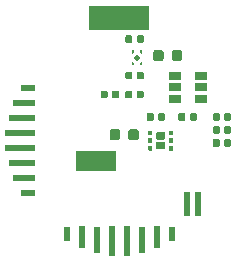
<source format=gbr>
G04 #@! TF.GenerationSoftware,KiCad,Pcbnew,(5.1.5-0-10_14)*
G04 #@! TF.CreationDate,2021-05-03T17:37:28-04:00*
G04 #@! TF.ProjectId,ESLO_RB2,45534c4f-5f52-4423-922e-6b696361645f,rev?*
G04 #@! TF.SameCoordinates,Original*
G04 #@! TF.FileFunction,Paste,Bot*
G04 #@! TF.FilePolarity,Positive*
%FSLAX46Y46*%
G04 Gerber Fmt 4.6, Leading zero omitted, Abs format (unit mm)*
G04 Created by KiCad (PCBNEW (5.1.5-0-10_14)) date 2021-05-03 17:37:28*
%MOMM*%
%LPD*%
G04 APERTURE LIST*
%ADD10R,0.600000X1.300000*%
%ADD11R,0.600000X1.900000*%
%ADD12R,0.600000X2.300000*%
%ADD13R,0.600000X2.500000*%
%ADD14R,1.300000X0.600000*%
%ADD15R,1.900000X0.600000*%
%ADD16R,2.300000X0.600000*%
%ADD17R,2.500000X0.600000*%
%ADD18R,0.600000X2.000000*%
%ADD19R,1.060000X0.650000*%
%ADD20C,0.100000*%
%ADD21R,3.400000X1.800000*%
%ADD22R,5.090000X2.000000*%
G04 APERTURE END LIST*
D10*
X211260000Y-96600000D03*
D11*
X212530000Y-96900000D03*
D12*
X213800000Y-97100000D03*
D13*
X215070000Y-97200000D03*
X216340000Y-97200000D03*
D12*
X217610000Y-97100000D03*
D11*
X218880000Y-96900000D03*
D10*
X220150000Y-96600000D03*
D14*
X207930000Y-84240000D03*
D15*
X207630000Y-85510000D03*
D16*
X207430000Y-86780000D03*
D17*
X207330000Y-88050000D03*
X207330000Y-89320000D03*
D16*
X207430000Y-90590000D03*
D15*
X207630000Y-91860000D03*
D14*
X207930000Y-93130000D03*
D18*
X222400000Y-94050000D03*
X221400000Y-94050000D03*
D19*
X222600000Y-84200000D03*
X222600000Y-85150000D03*
X222600000Y-83250000D03*
X220400000Y-83250000D03*
X220400000Y-84200000D03*
X220400000Y-85150000D03*
D20*
G36*
X217200000Y-81351802D02*
G01*
X217518198Y-81670000D01*
X217200000Y-81988198D01*
X216881802Y-81670000D01*
X217200000Y-81351802D01*
G37*
G36*
X217600000Y-81420000D02*
G01*
X217420000Y-81240000D01*
X217420000Y-81020000D01*
X217630000Y-81020000D01*
X217630000Y-81420000D01*
X217600000Y-81420000D01*
G37*
G36*
X217420000Y-82320000D02*
G01*
X217420000Y-82100000D01*
X217600000Y-81920000D01*
X217630000Y-81920000D01*
X217630000Y-82320000D01*
X217420000Y-82320000D01*
G37*
G36*
X216770000Y-82320000D02*
G01*
X216770000Y-81920000D01*
X216800000Y-81920000D01*
X216980000Y-82100000D01*
X216980000Y-82320000D01*
X216770000Y-82320000D01*
G37*
G36*
X216800000Y-81420000D02*
G01*
X216770000Y-81420000D01*
X216770000Y-81020000D01*
X216980000Y-81020000D01*
X216980000Y-81240000D01*
X216800000Y-81420000D01*
G37*
G36*
X217646958Y-79780710D02*
G01*
X217661276Y-79782834D01*
X217675317Y-79786351D01*
X217688946Y-79791228D01*
X217702031Y-79797417D01*
X217714447Y-79804858D01*
X217726073Y-79813481D01*
X217736798Y-79823202D01*
X217746519Y-79833927D01*
X217755142Y-79845553D01*
X217762583Y-79857969D01*
X217768772Y-79871054D01*
X217773649Y-79884683D01*
X217777166Y-79898724D01*
X217779290Y-79913042D01*
X217780000Y-79927500D01*
X217780000Y-80272500D01*
X217779290Y-80286958D01*
X217777166Y-80301276D01*
X217773649Y-80315317D01*
X217768772Y-80328946D01*
X217762583Y-80342031D01*
X217755142Y-80354447D01*
X217746519Y-80366073D01*
X217736798Y-80376798D01*
X217726073Y-80386519D01*
X217714447Y-80395142D01*
X217702031Y-80402583D01*
X217688946Y-80408772D01*
X217675317Y-80413649D01*
X217661276Y-80417166D01*
X217646958Y-80419290D01*
X217632500Y-80420000D01*
X217337500Y-80420000D01*
X217323042Y-80419290D01*
X217308724Y-80417166D01*
X217294683Y-80413649D01*
X217281054Y-80408772D01*
X217267969Y-80402583D01*
X217255553Y-80395142D01*
X217243927Y-80386519D01*
X217233202Y-80376798D01*
X217223481Y-80366073D01*
X217214858Y-80354447D01*
X217207417Y-80342031D01*
X217201228Y-80328946D01*
X217196351Y-80315317D01*
X217192834Y-80301276D01*
X217190710Y-80286958D01*
X217190000Y-80272500D01*
X217190000Y-79927500D01*
X217190710Y-79913042D01*
X217192834Y-79898724D01*
X217196351Y-79884683D01*
X217201228Y-79871054D01*
X217207417Y-79857969D01*
X217214858Y-79845553D01*
X217223481Y-79833927D01*
X217233202Y-79823202D01*
X217243927Y-79813481D01*
X217255553Y-79804858D01*
X217267969Y-79797417D01*
X217281054Y-79791228D01*
X217294683Y-79786351D01*
X217308724Y-79782834D01*
X217323042Y-79780710D01*
X217337500Y-79780000D01*
X217632500Y-79780000D01*
X217646958Y-79780710D01*
G37*
G36*
X216676958Y-79780710D02*
G01*
X216691276Y-79782834D01*
X216705317Y-79786351D01*
X216718946Y-79791228D01*
X216732031Y-79797417D01*
X216744447Y-79804858D01*
X216756073Y-79813481D01*
X216766798Y-79823202D01*
X216776519Y-79833927D01*
X216785142Y-79845553D01*
X216792583Y-79857969D01*
X216798772Y-79871054D01*
X216803649Y-79884683D01*
X216807166Y-79898724D01*
X216809290Y-79913042D01*
X216810000Y-79927500D01*
X216810000Y-80272500D01*
X216809290Y-80286958D01*
X216807166Y-80301276D01*
X216803649Y-80315317D01*
X216798772Y-80328946D01*
X216792583Y-80342031D01*
X216785142Y-80354447D01*
X216776519Y-80366073D01*
X216766798Y-80376798D01*
X216756073Y-80386519D01*
X216744447Y-80395142D01*
X216732031Y-80402583D01*
X216718946Y-80408772D01*
X216705317Y-80413649D01*
X216691276Y-80417166D01*
X216676958Y-80419290D01*
X216662500Y-80420000D01*
X216367500Y-80420000D01*
X216353042Y-80419290D01*
X216338724Y-80417166D01*
X216324683Y-80413649D01*
X216311054Y-80408772D01*
X216297969Y-80402583D01*
X216285553Y-80395142D01*
X216273927Y-80386519D01*
X216263202Y-80376798D01*
X216253481Y-80366073D01*
X216244858Y-80354447D01*
X216237417Y-80342031D01*
X216231228Y-80328946D01*
X216226351Y-80315317D01*
X216222834Y-80301276D01*
X216220710Y-80286958D01*
X216220000Y-80272500D01*
X216220000Y-79927500D01*
X216220710Y-79913042D01*
X216222834Y-79898724D01*
X216226351Y-79884683D01*
X216231228Y-79871054D01*
X216237417Y-79857969D01*
X216244858Y-79845553D01*
X216253481Y-79833927D01*
X216263202Y-79823202D01*
X216273927Y-79813481D01*
X216285553Y-79804858D01*
X216297969Y-79797417D01*
X216311054Y-79791228D01*
X216324683Y-79786351D01*
X216338724Y-79782834D01*
X216353042Y-79780710D01*
X216367500Y-79780000D01*
X216662500Y-79780000D01*
X216676958Y-79780710D01*
G37*
D21*
X213700000Y-90450000D03*
D22*
X215700000Y-78300000D03*
D20*
G36*
X220190439Y-89150451D02*
G01*
X220199540Y-89151801D01*
X220208464Y-89154037D01*
X220217127Y-89157136D01*
X220225443Y-89161070D01*
X220233335Y-89165800D01*
X220240724Y-89171280D01*
X220247541Y-89177459D01*
X220253720Y-89184276D01*
X220259200Y-89191665D01*
X220263930Y-89199557D01*
X220267864Y-89207873D01*
X220270963Y-89216536D01*
X220273199Y-89225460D01*
X220274549Y-89234561D01*
X220275000Y-89243750D01*
X220275000Y-89456250D01*
X220274549Y-89465439D01*
X220273199Y-89474540D01*
X220270963Y-89483464D01*
X220267864Y-89492127D01*
X220263930Y-89500443D01*
X220259200Y-89508335D01*
X220253720Y-89515724D01*
X220247541Y-89522541D01*
X220240724Y-89528720D01*
X220233335Y-89534200D01*
X220225443Y-89538930D01*
X220217127Y-89542864D01*
X220208464Y-89545963D01*
X220199540Y-89548199D01*
X220190439Y-89549549D01*
X220181250Y-89550000D01*
X219993750Y-89550000D01*
X219984561Y-89549549D01*
X219975460Y-89548199D01*
X219966536Y-89545963D01*
X219957873Y-89542864D01*
X219949557Y-89538930D01*
X219941665Y-89534200D01*
X219934276Y-89528720D01*
X219927459Y-89522541D01*
X219921280Y-89515724D01*
X219915800Y-89508335D01*
X219911070Y-89500443D01*
X219907136Y-89492127D01*
X219904037Y-89483464D01*
X219901801Y-89474540D01*
X219900451Y-89465439D01*
X219900000Y-89456250D01*
X219900000Y-89243750D01*
X219900451Y-89234561D01*
X219901801Y-89225460D01*
X219904037Y-89216536D01*
X219907136Y-89207873D01*
X219911070Y-89199557D01*
X219915800Y-89191665D01*
X219921280Y-89184276D01*
X219927459Y-89177459D01*
X219934276Y-89171280D01*
X219941665Y-89165800D01*
X219949557Y-89161070D01*
X219957873Y-89157136D01*
X219966536Y-89154037D01*
X219975460Y-89151801D01*
X219984561Y-89150451D01*
X219993750Y-89150000D01*
X220181250Y-89150000D01*
X220190439Y-89150451D01*
G37*
G36*
X220190439Y-88500451D02*
G01*
X220199540Y-88501801D01*
X220208464Y-88504037D01*
X220217127Y-88507136D01*
X220225443Y-88511070D01*
X220233335Y-88515800D01*
X220240724Y-88521280D01*
X220247541Y-88527459D01*
X220253720Y-88534276D01*
X220259200Y-88541665D01*
X220263930Y-88549557D01*
X220267864Y-88557873D01*
X220270963Y-88566536D01*
X220273199Y-88575460D01*
X220274549Y-88584561D01*
X220275000Y-88593750D01*
X220275000Y-88806250D01*
X220274549Y-88815439D01*
X220273199Y-88824540D01*
X220270963Y-88833464D01*
X220267864Y-88842127D01*
X220263930Y-88850443D01*
X220259200Y-88858335D01*
X220253720Y-88865724D01*
X220247541Y-88872541D01*
X220240724Y-88878720D01*
X220233335Y-88884200D01*
X220225443Y-88888930D01*
X220217127Y-88892864D01*
X220208464Y-88895963D01*
X220199540Y-88898199D01*
X220190439Y-88899549D01*
X220181250Y-88900000D01*
X219993750Y-88900000D01*
X219984561Y-88899549D01*
X219975460Y-88898199D01*
X219966536Y-88895963D01*
X219957873Y-88892864D01*
X219949557Y-88888930D01*
X219941665Y-88884200D01*
X219934276Y-88878720D01*
X219927459Y-88872541D01*
X219921280Y-88865724D01*
X219915800Y-88858335D01*
X219911070Y-88850443D01*
X219907136Y-88842127D01*
X219904037Y-88833464D01*
X219901801Y-88824540D01*
X219900451Y-88815439D01*
X219900000Y-88806250D01*
X219900000Y-88593750D01*
X219900451Y-88584561D01*
X219901801Y-88575460D01*
X219904037Y-88566536D01*
X219907136Y-88557873D01*
X219911070Y-88549557D01*
X219915800Y-88541665D01*
X219921280Y-88534276D01*
X219927459Y-88527459D01*
X219934276Y-88521280D01*
X219941665Y-88515800D01*
X219949557Y-88511070D01*
X219957873Y-88507136D01*
X219966536Y-88504037D01*
X219975460Y-88501801D01*
X219984561Y-88500451D01*
X219993750Y-88500000D01*
X220181250Y-88500000D01*
X220190439Y-88500451D01*
G37*
G36*
X220190439Y-87850451D02*
G01*
X220199540Y-87851801D01*
X220208464Y-87854037D01*
X220217127Y-87857136D01*
X220225443Y-87861070D01*
X220233335Y-87865800D01*
X220240724Y-87871280D01*
X220247541Y-87877459D01*
X220253720Y-87884276D01*
X220259200Y-87891665D01*
X220263930Y-87899557D01*
X220267864Y-87907873D01*
X220270963Y-87916536D01*
X220273199Y-87925460D01*
X220274549Y-87934561D01*
X220275000Y-87943750D01*
X220275000Y-88156250D01*
X220274549Y-88165439D01*
X220273199Y-88174540D01*
X220270963Y-88183464D01*
X220267864Y-88192127D01*
X220263930Y-88200443D01*
X220259200Y-88208335D01*
X220253720Y-88215724D01*
X220247541Y-88222541D01*
X220240724Y-88228720D01*
X220233335Y-88234200D01*
X220225443Y-88238930D01*
X220217127Y-88242864D01*
X220208464Y-88245963D01*
X220199540Y-88248199D01*
X220190439Y-88249549D01*
X220181250Y-88250000D01*
X219993750Y-88250000D01*
X219984561Y-88249549D01*
X219975460Y-88248199D01*
X219966536Y-88245963D01*
X219957873Y-88242864D01*
X219949557Y-88238930D01*
X219941665Y-88234200D01*
X219934276Y-88228720D01*
X219927459Y-88222541D01*
X219921280Y-88215724D01*
X219915800Y-88208335D01*
X219911070Y-88200443D01*
X219907136Y-88192127D01*
X219904037Y-88183464D01*
X219901801Y-88174540D01*
X219900451Y-88165439D01*
X219900000Y-88156250D01*
X219900000Y-87943750D01*
X219900451Y-87934561D01*
X219901801Y-87925460D01*
X219904037Y-87916536D01*
X219907136Y-87907873D01*
X219911070Y-87899557D01*
X219915800Y-87891665D01*
X219921280Y-87884276D01*
X219927459Y-87877459D01*
X219934276Y-87871280D01*
X219941665Y-87865800D01*
X219949557Y-87861070D01*
X219957873Y-87857136D01*
X219966536Y-87854037D01*
X219975460Y-87851801D01*
X219984561Y-87850451D01*
X219993750Y-87850000D01*
X220181250Y-87850000D01*
X220190439Y-87850451D01*
G37*
G36*
X218415439Y-87850451D02*
G01*
X218424540Y-87851801D01*
X218433464Y-87854037D01*
X218442127Y-87857136D01*
X218450443Y-87861070D01*
X218458335Y-87865800D01*
X218465724Y-87871280D01*
X218472541Y-87877459D01*
X218478720Y-87884276D01*
X218484200Y-87891665D01*
X218488930Y-87899557D01*
X218492864Y-87907873D01*
X218495963Y-87916536D01*
X218498199Y-87925460D01*
X218499549Y-87934561D01*
X218500000Y-87943750D01*
X218500000Y-88156250D01*
X218499549Y-88165439D01*
X218498199Y-88174540D01*
X218495963Y-88183464D01*
X218492864Y-88192127D01*
X218488930Y-88200443D01*
X218484200Y-88208335D01*
X218478720Y-88215724D01*
X218472541Y-88222541D01*
X218465724Y-88228720D01*
X218458335Y-88234200D01*
X218450443Y-88238930D01*
X218442127Y-88242864D01*
X218433464Y-88245963D01*
X218424540Y-88248199D01*
X218415439Y-88249549D01*
X218406250Y-88250000D01*
X218218750Y-88250000D01*
X218209561Y-88249549D01*
X218200460Y-88248199D01*
X218191536Y-88245963D01*
X218182873Y-88242864D01*
X218174557Y-88238930D01*
X218166665Y-88234200D01*
X218159276Y-88228720D01*
X218152459Y-88222541D01*
X218146280Y-88215724D01*
X218140800Y-88208335D01*
X218136070Y-88200443D01*
X218132136Y-88192127D01*
X218129037Y-88183464D01*
X218126801Y-88174540D01*
X218125451Y-88165439D01*
X218125000Y-88156250D01*
X218125000Y-87943750D01*
X218125451Y-87934561D01*
X218126801Y-87925460D01*
X218129037Y-87916536D01*
X218132136Y-87907873D01*
X218136070Y-87899557D01*
X218140800Y-87891665D01*
X218146280Y-87884276D01*
X218152459Y-87877459D01*
X218159276Y-87871280D01*
X218166665Y-87865800D01*
X218174557Y-87861070D01*
X218182873Y-87857136D01*
X218191536Y-87854037D01*
X218200460Y-87851801D01*
X218209561Y-87850451D01*
X218218750Y-87850000D01*
X218406250Y-87850000D01*
X218415439Y-87850451D01*
G37*
G36*
X218415439Y-88500451D02*
G01*
X218424540Y-88501801D01*
X218433464Y-88504037D01*
X218442127Y-88507136D01*
X218450443Y-88511070D01*
X218458335Y-88515800D01*
X218465724Y-88521280D01*
X218472541Y-88527459D01*
X218478720Y-88534276D01*
X218484200Y-88541665D01*
X218488930Y-88549557D01*
X218492864Y-88557873D01*
X218495963Y-88566536D01*
X218498199Y-88575460D01*
X218499549Y-88584561D01*
X218500000Y-88593750D01*
X218500000Y-88806250D01*
X218499549Y-88815439D01*
X218498199Y-88824540D01*
X218495963Y-88833464D01*
X218492864Y-88842127D01*
X218488930Y-88850443D01*
X218484200Y-88858335D01*
X218478720Y-88865724D01*
X218472541Y-88872541D01*
X218465724Y-88878720D01*
X218458335Y-88884200D01*
X218450443Y-88888930D01*
X218442127Y-88892864D01*
X218433464Y-88895963D01*
X218424540Y-88898199D01*
X218415439Y-88899549D01*
X218406250Y-88900000D01*
X218218750Y-88900000D01*
X218209561Y-88899549D01*
X218200460Y-88898199D01*
X218191536Y-88895963D01*
X218182873Y-88892864D01*
X218174557Y-88888930D01*
X218166665Y-88884200D01*
X218159276Y-88878720D01*
X218152459Y-88872541D01*
X218146280Y-88865724D01*
X218140800Y-88858335D01*
X218136070Y-88850443D01*
X218132136Y-88842127D01*
X218129037Y-88833464D01*
X218126801Y-88824540D01*
X218125451Y-88815439D01*
X218125000Y-88806250D01*
X218125000Y-88593750D01*
X218125451Y-88584561D01*
X218126801Y-88575460D01*
X218129037Y-88566536D01*
X218132136Y-88557873D01*
X218136070Y-88549557D01*
X218140800Y-88541665D01*
X218146280Y-88534276D01*
X218152459Y-88527459D01*
X218159276Y-88521280D01*
X218166665Y-88515800D01*
X218174557Y-88511070D01*
X218182873Y-88507136D01*
X218191536Y-88504037D01*
X218200460Y-88501801D01*
X218209561Y-88500451D01*
X218218750Y-88500000D01*
X218406250Y-88500000D01*
X218415439Y-88500451D01*
G37*
G36*
X218415439Y-89150451D02*
G01*
X218424540Y-89151801D01*
X218433464Y-89154037D01*
X218442127Y-89157136D01*
X218450443Y-89161070D01*
X218458335Y-89165800D01*
X218465724Y-89171280D01*
X218472541Y-89177459D01*
X218478720Y-89184276D01*
X218484200Y-89191665D01*
X218488930Y-89199557D01*
X218492864Y-89207873D01*
X218495963Y-89216536D01*
X218498199Y-89225460D01*
X218499549Y-89234561D01*
X218500000Y-89243750D01*
X218500000Y-89456250D01*
X218499549Y-89465439D01*
X218498199Y-89474540D01*
X218495963Y-89483464D01*
X218492864Y-89492127D01*
X218488930Y-89500443D01*
X218484200Y-89508335D01*
X218478720Y-89515724D01*
X218472541Y-89522541D01*
X218465724Y-89528720D01*
X218458335Y-89534200D01*
X218450443Y-89538930D01*
X218442127Y-89542864D01*
X218433464Y-89545963D01*
X218424540Y-89548199D01*
X218415439Y-89549549D01*
X218406250Y-89550000D01*
X218218750Y-89550000D01*
X218209561Y-89549549D01*
X218200460Y-89548199D01*
X218191536Y-89545963D01*
X218182873Y-89542864D01*
X218174557Y-89538930D01*
X218166665Y-89534200D01*
X218159276Y-89528720D01*
X218152459Y-89522541D01*
X218146280Y-89515724D01*
X218140800Y-89508335D01*
X218136070Y-89500443D01*
X218132136Y-89492127D01*
X218129037Y-89483464D01*
X218126801Y-89474540D01*
X218125451Y-89465439D01*
X218125000Y-89456250D01*
X218125000Y-89243750D01*
X218125451Y-89234561D01*
X218126801Y-89225460D01*
X218129037Y-89216536D01*
X218132136Y-89207873D01*
X218136070Y-89199557D01*
X218140800Y-89191665D01*
X218146280Y-89184276D01*
X218152459Y-89177459D01*
X218159276Y-89171280D01*
X218166665Y-89165800D01*
X218174557Y-89161070D01*
X218182873Y-89157136D01*
X218191536Y-89154037D01*
X218200460Y-89151801D01*
X218209561Y-89150451D01*
X218218750Y-89150000D01*
X218406250Y-89150000D01*
X218415439Y-89150451D01*
G37*
G36*
X219460683Y-87980770D02*
G01*
X219476214Y-87983074D01*
X219491446Y-87986890D01*
X219506229Y-87992179D01*
X219520423Y-87998893D01*
X219533891Y-88006965D01*
X219546503Y-88016318D01*
X219558137Y-88026863D01*
X219568682Y-88038497D01*
X219578035Y-88051109D01*
X219586107Y-88064577D01*
X219592821Y-88078771D01*
X219598110Y-88093554D01*
X219601926Y-88108786D01*
X219604230Y-88124317D01*
X219605000Y-88140000D01*
X219605000Y-88460000D01*
X219604230Y-88475683D01*
X219601926Y-88491214D01*
X219598110Y-88506446D01*
X219592821Y-88521229D01*
X219586107Y-88535423D01*
X219578035Y-88548891D01*
X219568682Y-88561503D01*
X219558137Y-88573137D01*
X219546503Y-88583682D01*
X219533891Y-88593035D01*
X219520423Y-88601107D01*
X219506229Y-88607821D01*
X219491446Y-88613110D01*
X219476214Y-88616926D01*
X219460683Y-88619230D01*
X219445000Y-88620000D01*
X218955000Y-88620000D01*
X218939317Y-88619230D01*
X218923786Y-88616926D01*
X218908554Y-88613110D01*
X218893771Y-88607821D01*
X218879577Y-88601107D01*
X218866109Y-88593035D01*
X218853497Y-88583682D01*
X218841863Y-88573137D01*
X218831318Y-88561503D01*
X218821965Y-88548891D01*
X218813893Y-88535423D01*
X218807179Y-88521229D01*
X218801890Y-88506446D01*
X218798074Y-88491214D01*
X218795770Y-88475683D01*
X218795000Y-88460000D01*
X218795000Y-88140000D01*
X218795770Y-88124317D01*
X218798074Y-88108786D01*
X218801890Y-88093554D01*
X218807179Y-88078771D01*
X218813893Y-88064577D01*
X218821965Y-88051109D01*
X218831318Y-88038497D01*
X218841863Y-88026863D01*
X218853497Y-88016318D01*
X218866109Y-88006965D01*
X218879577Y-87998893D01*
X218893771Y-87992179D01*
X218908554Y-87986890D01*
X218923786Y-87983074D01*
X218939317Y-87980770D01*
X218955000Y-87980000D01*
X219445000Y-87980000D01*
X219460683Y-87980770D01*
G37*
G36*
X219460683Y-88780770D02*
G01*
X219476214Y-88783074D01*
X219491446Y-88786890D01*
X219506229Y-88792179D01*
X219520423Y-88798893D01*
X219533891Y-88806965D01*
X219546503Y-88816318D01*
X219558137Y-88826863D01*
X219568682Y-88838497D01*
X219578035Y-88851109D01*
X219586107Y-88864577D01*
X219592821Y-88878771D01*
X219598110Y-88893554D01*
X219601926Y-88908786D01*
X219604230Y-88924317D01*
X219605000Y-88940000D01*
X219605000Y-89260000D01*
X219604230Y-89275683D01*
X219601926Y-89291214D01*
X219598110Y-89306446D01*
X219592821Y-89321229D01*
X219586107Y-89335423D01*
X219578035Y-89348891D01*
X219568682Y-89361503D01*
X219558137Y-89373137D01*
X219546503Y-89383682D01*
X219533891Y-89393035D01*
X219520423Y-89401107D01*
X219506229Y-89407821D01*
X219491446Y-89413110D01*
X219476214Y-89416926D01*
X219460683Y-89419230D01*
X219445000Y-89420000D01*
X218955000Y-89420000D01*
X218939317Y-89419230D01*
X218923786Y-89416926D01*
X218908554Y-89413110D01*
X218893771Y-89407821D01*
X218879577Y-89401107D01*
X218866109Y-89393035D01*
X218853497Y-89383682D01*
X218841863Y-89373137D01*
X218831318Y-89361503D01*
X218821965Y-89348891D01*
X218813893Y-89335423D01*
X218807179Y-89321229D01*
X218801890Y-89306446D01*
X218798074Y-89291214D01*
X218795770Y-89275683D01*
X218795000Y-89260000D01*
X218795000Y-88940000D01*
X218795770Y-88924317D01*
X218798074Y-88908786D01*
X218801890Y-88893554D01*
X218807179Y-88878771D01*
X218813893Y-88864577D01*
X218821965Y-88851109D01*
X218831318Y-88838497D01*
X218841863Y-88826863D01*
X218853497Y-88816318D01*
X218866109Y-88806965D01*
X218879577Y-88798893D01*
X218893771Y-88792179D01*
X218908554Y-88786890D01*
X218923786Y-88783074D01*
X218939317Y-88780770D01*
X218955000Y-88780000D01*
X219445000Y-88780000D01*
X219460683Y-88780770D01*
G37*
G36*
X218476958Y-86380710D02*
G01*
X218491276Y-86382834D01*
X218505317Y-86386351D01*
X218518946Y-86391228D01*
X218532031Y-86397417D01*
X218544447Y-86404858D01*
X218556073Y-86413481D01*
X218566798Y-86423202D01*
X218576519Y-86433927D01*
X218585142Y-86445553D01*
X218592583Y-86457969D01*
X218598772Y-86471054D01*
X218603649Y-86484683D01*
X218607166Y-86498724D01*
X218609290Y-86513042D01*
X218610000Y-86527500D01*
X218610000Y-86872500D01*
X218609290Y-86886958D01*
X218607166Y-86901276D01*
X218603649Y-86915317D01*
X218598772Y-86928946D01*
X218592583Y-86942031D01*
X218585142Y-86954447D01*
X218576519Y-86966073D01*
X218566798Y-86976798D01*
X218556073Y-86986519D01*
X218544447Y-86995142D01*
X218532031Y-87002583D01*
X218518946Y-87008772D01*
X218505317Y-87013649D01*
X218491276Y-87017166D01*
X218476958Y-87019290D01*
X218462500Y-87020000D01*
X218167500Y-87020000D01*
X218153042Y-87019290D01*
X218138724Y-87017166D01*
X218124683Y-87013649D01*
X218111054Y-87008772D01*
X218097969Y-87002583D01*
X218085553Y-86995142D01*
X218073927Y-86986519D01*
X218063202Y-86976798D01*
X218053481Y-86966073D01*
X218044858Y-86954447D01*
X218037417Y-86942031D01*
X218031228Y-86928946D01*
X218026351Y-86915317D01*
X218022834Y-86901276D01*
X218020710Y-86886958D01*
X218020000Y-86872500D01*
X218020000Y-86527500D01*
X218020710Y-86513042D01*
X218022834Y-86498724D01*
X218026351Y-86484683D01*
X218031228Y-86471054D01*
X218037417Y-86457969D01*
X218044858Y-86445553D01*
X218053481Y-86433927D01*
X218063202Y-86423202D01*
X218073927Y-86413481D01*
X218085553Y-86404858D01*
X218097969Y-86397417D01*
X218111054Y-86391228D01*
X218124683Y-86386351D01*
X218138724Y-86382834D01*
X218153042Y-86380710D01*
X218167500Y-86380000D01*
X218462500Y-86380000D01*
X218476958Y-86380710D01*
G37*
G36*
X219446958Y-86380710D02*
G01*
X219461276Y-86382834D01*
X219475317Y-86386351D01*
X219488946Y-86391228D01*
X219502031Y-86397417D01*
X219514447Y-86404858D01*
X219526073Y-86413481D01*
X219536798Y-86423202D01*
X219546519Y-86433927D01*
X219555142Y-86445553D01*
X219562583Y-86457969D01*
X219568772Y-86471054D01*
X219573649Y-86484683D01*
X219577166Y-86498724D01*
X219579290Y-86513042D01*
X219580000Y-86527500D01*
X219580000Y-86872500D01*
X219579290Y-86886958D01*
X219577166Y-86901276D01*
X219573649Y-86915317D01*
X219568772Y-86928946D01*
X219562583Y-86942031D01*
X219555142Y-86954447D01*
X219546519Y-86966073D01*
X219536798Y-86976798D01*
X219526073Y-86986519D01*
X219514447Y-86995142D01*
X219502031Y-87002583D01*
X219488946Y-87008772D01*
X219475317Y-87013649D01*
X219461276Y-87017166D01*
X219446958Y-87019290D01*
X219432500Y-87020000D01*
X219137500Y-87020000D01*
X219123042Y-87019290D01*
X219108724Y-87017166D01*
X219094683Y-87013649D01*
X219081054Y-87008772D01*
X219067969Y-87002583D01*
X219055553Y-86995142D01*
X219043927Y-86986519D01*
X219033202Y-86976798D01*
X219023481Y-86966073D01*
X219014858Y-86954447D01*
X219007417Y-86942031D01*
X219001228Y-86928946D01*
X218996351Y-86915317D01*
X218992834Y-86901276D01*
X218990710Y-86886958D01*
X218990000Y-86872500D01*
X218990000Y-86527500D01*
X218990710Y-86513042D01*
X218992834Y-86498724D01*
X218996351Y-86484683D01*
X219001228Y-86471054D01*
X219007417Y-86457969D01*
X219014858Y-86445553D01*
X219023481Y-86433927D01*
X219033202Y-86423202D01*
X219043927Y-86413481D01*
X219055553Y-86404858D01*
X219067969Y-86397417D01*
X219081054Y-86391228D01*
X219094683Y-86386351D01*
X219108724Y-86382834D01*
X219123042Y-86380710D01*
X219137500Y-86380000D01*
X219432500Y-86380000D01*
X219446958Y-86380710D01*
G37*
G36*
X221161958Y-86380710D02*
G01*
X221176276Y-86382834D01*
X221190317Y-86386351D01*
X221203946Y-86391228D01*
X221217031Y-86397417D01*
X221229447Y-86404858D01*
X221241073Y-86413481D01*
X221251798Y-86423202D01*
X221261519Y-86433927D01*
X221270142Y-86445553D01*
X221277583Y-86457969D01*
X221283772Y-86471054D01*
X221288649Y-86484683D01*
X221292166Y-86498724D01*
X221294290Y-86513042D01*
X221295000Y-86527500D01*
X221295000Y-86872500D01*
X221294290Y-86886958D01*
X221292166Y-86901276D01*
X221288649Y-86915317D01*
X221283772Y-86928946D01*
X221277583Y-86942031D01*
X221270142Y-86954447D01*
X221261519Y-86966073D01*
X221251798Y-86976798D01*
X221241073Y-86986519D01*
X221229447Y-86995142D01*
X221217031Y-87002583D01*
X221203946Y-87008772D01*
X221190317Y-87013649D01*
X221176276Y-87017166D01*
X221161958Y-87019290D01*
X221147500Y-87020000D01*
X220852500Y-87020000D01*
X220838042Y-87019290D01*
X220823724Y-87017166D01*
X220809683Y-87013649D01*
X220796054Y-87008772D01*
X220782969Y-87002583D01*
X220770553Y-86995142D01*
X220758927Y-86986519D01*
X220748202Y-86976798D01*
X220738481Y-86966073D01*
X220729858Y-86954447D01*
X220722417Y-86942031D01*
X220716228Y-86928946D01*
X220711351Y-86915317D01*
X220707834Y-86901276D01*
X220705710Y-86886958D01*
X220705000Y-86872500D01*
X220705000Y-86527500D01*
X220705710Y-86513042D01*
X220707834Y-86498724D01*
X220711351Y-86484683D01*
X220716228Y-86471054D01*
X220722417Y-86457969D01*
X220729858Y-86445553D01*
X220738481Y-86433927D01*
X220748202Y-86423202D01*
X220758927Y-86413481D01*
X220770553Y-86404858D01*
X220782969Y-86397417D01*
X220796054Y-86391228D01*
X220809683Y-86386351D01*
X220823724Y-86382834D01*
X220838042Y-86380710D01*
X220852500Y-86380000D01*
X221147500Y-86380000D01*
X221161958Y-86380710D01*
G37*
G36*
X222131958Y-86380710D02*
G01*
X222146276Y-86382834D01*
X222160317Y-86386351D01*
X222173946Y-86391228D01*
X222187031Y-86397417D01*
X222199447Y-86404858D01*
X222211073Y-86413481D01*
X222221798Y-86423202D01*
X222231519Y-86433927D01*
X222240142Y-86445553D01*
X222247583Y-86457969D01*
X222253772Y-86471054D01*
X222258649Y-86484683D01*
X222262166Y-86498724D01*
X222264290Y-86513042D01*
X222265000Y-86527500D01*
X222265000Y-86872500D01*
X222264290Y-86886958D01*
X222262166Y-86901276D01*
X222258649Y-86915317D01*
X222253772Y-86928946D01*
X222247583Y-86942031D01*
X222240142Y-86954447D01*
X222231519Y-86966073D01*
X222221798Y-86976798D01*
X222211073Y-86986519D01*
X222199447Y-86995142D01*
X222187031Y-87002583D01*
X222173946Y-87008772D01*
X222160317Y-87013649D01*
X222146276Y-87017166D01*
X222131958Y-87019290D01*
X222117500Y-87020000D01*
X221822500Y-87020000D01*
X221808042Y-87019290D01*
X221793724Y-87017166D01*
X221779683Y-87013649D01*
X221766054Y-87008772D01*
X221752969Y-87002583D01*
X221740553Y-86995142D01*
X221728927Y-86986519D01*
X221718202Y-86976798D01*
X221708481Y-86966073D01*
X221699858Y-86954447D01*
X221692417Y-86942031D01*
X221686228Y-86928946D01*
X221681351Y-86915317D01*
X221677834Y-86901276D01*
X221675710Y-86886958D01*
X221675000Y-86872500D01*
X221675000Y-86527500D01*
X221675710Y-86513042D01*
X221677834Y-86498724D01*
X221681351Y-86484683D01*
X221686228Y-86471054D01*
X221692417Y-86457969D01*
X221699858Y-86445553D01*
X221708481Y-86433927D01*
X221718202Y-86423202D01*
X221728927Y-86413481D01*
X221740553Y-86404858D01*
X221752969Y-86397417D01*
X221766054Y-86391228D01*
X221779683Y-86386351D01*
X221793724Y-86382834D01*
X221808042Y-86380710D01*
X221822500Y-86380000D01*
X222117500Y-86380000D01*
X222131958Y-86380710D01*
G37*
G36*
X225046958Y-87480710D02*
G01*
X225061276Y-87482834D01*
X225075317Y-87486351D01*
X225088946Y-87491228D01*
X225102031Y-87497417D01*
X225114447Y-87504858D01*
X225126073Y-87513481D01*
X225136798Y-87523202D01*
X225146519Y-87533927D01*
X225155142Y-87545553D01*
X225162583Y-87557969D01*
X225168772Y-87571054D01*
X225173649Y-87584683D01*
X225177166Y-87598724D01*
X225179290Y-87613042D01*
X225180000Y-87627500D01*
X225180000Y-87972500D01*
X225179290Y-87986958D01*
X225177166Y-88001276D01*
X225173649Y-88015317D01*
X225168772Y-88028946D01*
X225162583Y-88042031D01*
X225155142Y-88054447D01*
X225146519Y-88066073D01*
X225136798Y-88076798D01*
X225126073Y-88086519D01*
X225114447Y-88095142D01*
X225102031Y-88102583D01*
X225088946Y-88108772D01*
X225075317Y-88113649D01*
X225061276Y-88117166D01*
X225046958Y-88119290D01*
X225032500Y-88120000D01*
X224737500Y-88120000D01*
X224723042Y-88119290D01*
X224708724Y-88117166D01*
X224694683Y-88113649D01*
X224681054Y-88108772D01*
X224667969Y-88102583D01*
X224655553Y-88095142D01*
X224643927Y-88086519D01*
X224633202Y-88076798D01*
X224623481Y-88066073D01*
X224614858Y-88054447D01*
X224607417Y-88042031D01*
X224601228Y-88028946D01*
X224596351Y-88015317D01*
X224592834Y-88001276D01*
X224590710Y-87986958D01*
X224590000Y-87972500D01*
X224590000Y-87627500D01*
X224590710Y-87613042D01*
X224592834Y-87598724D01*
X224596351Y-87584683D01*
X224601228Y-87571054D01*
X224607417Y-87557969D01*
X224614858Y-87545553D01*
X224623481Y-87533927D01*
X224633202Y-87523202D01*
X224643927Y-87513481D01*
X224655553Y-87504858D01*
X224667969Y-87497417D01*
X224681054Y-87491228D01*
X224694683Y-87486351D01*
X224708724Y-87482834D01*
X224723042Y-87480710D01*
X224737500Y-87480000D01*
X225032500Y-87480000D01*
X225046958Y-87480710D01*
G37*
G36*
X224076958Y-87480710D02*
G01*
X224091276Y-87482834D01*
X224105317Y-87486351D01*
X224118946Y-87491228D01*
X224132031Y-87497417D01*
X224144447Y-87504858D01*
X224156073Y-87513481D01*
X224166798Y-87523202D01*
X224176519Y-87533927D01*
X224185142Y-87545553D01*
X224192583Y-87557969D01*
X224198772Y-87571054D01*
X224203649Y-87584683D01*
X224207166Y-87598724D01*
X224209290Y-87613042D01*
X224210000Y-87627500D01*
X224210000Y-87972500D01*
X224209290Y-87986958D01*
X224207166Y-88001276D01*
X224203649Y-88015317D01*
X224198772Y-88028946D01*
X224192583Y-88042031D01*
X224185142Y-88054447D01*
X224176519Y-88066073D01*
X224166798Y-88076798D01*
X224156073Y-88086519D01*
X224144447Y-88095142D01*
X224132031Y-88102583D01*
X224118946Y-88108772D01*
X224105317Y-88113649D01*
X224091276Y-88117166D01*
X224076958Y-88119290D01*
X224062500Y-88120000D01*
X223767500Y-88120000D01*
X223753042Y-88119290D01*
X223738724Y-88117166D01*
X223724683Y-88113649D01*
X223711054Y-88108772D01*
X223697969Y-88102583D01*
X223685553Y-88095142D01*
X223673927Y-88086519D01*
X223663202Y-88076798D01*
X223653481Y-88066073D01*
X223644858Y-88054447D01*
X223637417Y-88042031D01*
X223631228Y-88028946D01*
X223626351Y-88015317D01*
X223622834Y-88001276D01*
X223620710Y-87986958D01*
X223620000Y-87972500D01*
X223620000Y-87627500D01*
X223620710Y-87613042D01*
X223622834Y-87598724D01*
X223626351Y-87584683D01*
X223631228Y-87571054D01*
X223637417Y-87557969D01*
X223644858Y-87545553D01*
X223653481Y-87533927D01*
X223663202Y-87523202D01*
X223673927Y-87513481D01*
X223685553Y-87504858D01*
X223697969Y-87497417D01*
X223711054Y-87491228D01*
X223724683Y-87486351D01*
X223738724Y-87482834D01*
X223753042Y-87480710D01*
X223767500Y-87480000D01*
X224062500Y-87480000D01*
X224076958Y-87480710D01*
G37*
G36*
X215546958Y-84480710D02*
G01*
X215561276Y-84482834D01*
X215575317Y-84486351D01*
X215588946Y-84491228D01*
X215602031Y-84497417D01*
X215614447Y-84504858D01*
X215626073Y-84513481D01*
X215636798Y-84523202D01*
X215646519Y-84533927D01*
X215655142Y-84545553D01*
X215662583Y-84557969D01*
X215668772Y-84571054D01*
X215673649Y-84584683D01*
X215677166Y-84598724D01*
X215679290Y-84613042D01*
X215680000Y-84627500D01*
X215680000Y-84972500D01*
X215679290Y-84986958D01*
X215677166Y-85001276D01*
X215673649Y-85015317D01*
X215668772Y-85028946D01*
X215662583Y-85042031D01*
X215655142Y-85054447D01*
X215646519Y-85066073D01*
X215636798Y-85076798D01*
X215626073Y-85086519D01*
X215614447Y-85095142D01*
X215602031Y-85102583D01*
X215588946Y-85108772D01*
X215575317Y-85113649D01*
X215561276Y-85117166D01*
X215546958Y-85119290D01*
X215532500Y-85120000D01*
X215237500Y-85120000D01*
X215223042Y-85119290D01*
X215208724Y-85117166D01*
X215194683Y-85113649D01*
X215181054Y-85108772D01*
X215167969Y-85102583D01*
X215155553Y-85095142D01*
X215143927Y-85086519D01*
X215133202Y-85076798D01*
X215123481Y-85066073D01*
X215114858Y-85054447D01*
X215107417Y-85042031D01*
X215101228Y-85028946D01*
X215096351Y-85015317D01*
X215092834Y-85001276D01*
X215090710Y-84986958D01*
X215090000Y-84972500D01*
X215090000Y-84627500D01*
X215090710Y-84613042D01*
X215092834Y-84598724D01*
X215096351Y-84584683D01*
X215101228Y-84571054D01*
X215107417Y-84557969D01*
X215114858Y-84545553D01*
X215123481Y-84533927D01*
X215133202Y-84523202D01*
X215143927Y-84513481D01*
X215155553Y-84504858D01*
X215167969Y-84497417D01*
X215181054Y-84491228D01*
X215194683Y-84486351D01*
X215208724Y-84482834D01*
X215223042Y-84480710D01*
X215237500Y-84480000D01*
X215532500Y-84480000D01*
X215546958Y-84480710D01*
G37*
G36*
X214576958Y-84480710D02*
G01*
X214591276Y-84482834D01*
X214605317Y-84486351D01*
X214618946Y-84491228D01*
X214632031Y-84497417D01*
X214644447Y-84504858D01*
X214656073Y-84513481D01*
X214666798Y-84523202D01*
X214676519Y-84533927D01*
X214685142Y-84545553D01*
X214692583Y-84557969D01*
X214698772Y-84571054D01*
X214703649Y-84584683D01*
X214707166Y-84598724D01*
X214709290Y-84613042D01*
X214710000Y-84627500D01*
X214710000Y-84972500D01*
X214709290Y-84986958D01*
X214707166Y-85001276D01*
X214703649Y-85015317D01*
X214698772Y-85028946D01*
X214692583Y-85042031D01*
X214685142Y-85054447D01*
X214676519Y-85066073D01*
X214666798Y-85076798D01*
X214656073Y-85086519D01*
X214644447Y-85095142D01*
X214632031Y-85102583D01*
X214618946Y-85108772D01*
X214605317Y-85113649D01*
X214591276Y-85117166D01*
X214576958Y-85119290D01*
X214562500Y-85120000D01*
X214267500Y-85120000D01*
X214253042Y-85119290D01*
X214238724Y-85117166D01*
X214224683Y-85113649D01*
X214211054Y-85108772D01*
X214197969Y-85102583D01*
X214185553Y-85095142D01*
X214173927Y-85086519D01*
X214163202Y-85076798D01*
X214153481Y-85066073D01*
X214144858Y-85054447D01*
X214137417Y-85042031D01*
X214131228Y-85028946D01*
X214126351Y-85015317D01*
X214122834Y-85001276D01*
X214120710Y-84986958D01*
X214120000Y-84972500D01*
X214120000Y-84627500D01*
X214120710Y-84613042D01*
X214122834Y-84598724D01*
X214126351Y-84584683D01*
X214131228Y-84571054D01*
X214137417Y-84557969D01*
X214144858Y-84545553D01*
X214153481Y-84533927D01*
X214163202Y-84523202D01*
X214173927Y-84513481D01*
X214185553Y-84504858D01*
X214197969Y-84497417D01*
X214211054Y-84491228D01*
X214224683Y-84486351D01*
X214238724Y-84482834D01*
X214253042Y-84480710D01*
X214267500Y-84480000D01*
X214562500Y-84480000D01*
X214576958Y-84480710D01*
G37*
G36*
X217646958Y-82880710D02*
G01*
X217661276Y-82882834D01*
X217675317Y-82886351D01*
X217688946Y-82891228D01*
X217702031Y-82897417D01*
X217714447Y-82904858D01*
X217726073Y-82913481D01*
X217736798Y-82923202D01*
X217746519Y-82933927D01*
X217755142Y-82945553D01*
X217762583Y-82957969D01*
X217768772Y-82971054D01*
X217773649Y-82984683D01*
X217777166Y-82998724D01*
X217779290Y-83013042D01*
X217780000Y-83027500D01*
X217780000Y-83372500D01*
X217779290Y-83386958D01*
X217777166Y-83401276D01*
X217773649Y-83415317D01*
X217768772Y-83428946D01*
X217762583Y-83442031D01*
X217755142Y-83454447D01*
X217746519Y-83466073D01*
X217736798Y-83476798D01*
X217726073Y-83486519D01*
X217714447Y-83495142D01*
X217702031Y-83502583D01*
X217688946Y-83508772D01*
X217675317Y-83513649D01*
X217661276Y-83517166D01*
X217646958Y-83519290D01*
X217632500Y-83520000D01*
X217337500Y-83520000D01*
X217323042Y-83519290D01*
X217308724Y-83517166D01*
X217294683Y-83513649D01*
X217281054Y-83508772D01*
X217267969Y-83502583D01*
X217255553Y-83495142D01*
X217243927Y-83486519D01*
X217233202Y-83476798D01*
X217223481Y-83466073D01*
X217214858Y-83454447D01*
X217207417Y-83442031D01*
X217201228Y-83428946D01*
X217196351Y-83415317D01*
X217192834Y-83401276D01*
X217190710Y-83386958D01*
X217190000Y-83372500D01*
X217190000Y-83027500D01*
X217190710Y-83013042D01*
X217192834Y-82998724D01*
X217196351Y-82984683D01*
X217201228Y-82971054D01*
X217207417Y-82957969D01*
X217214858Y-82945553D01*
X217223481Y-82933927D01*
X217233202Y-82923202D01*
X217243927Y-82913481D01*
X217255553Y-82904858D01*
X217267969Y-82897417D01*
X217281054Y-82891228D01*
X217294683Y-82886351D01*
X217308724Y-82882834D01*
X217323042Y-82880710D01*
X217337500Y-82880000D01*
X217632500Y-82880000D01*
X217646958Y-82880710D01*
G37*
G36*
X216676958Y-82880710D02*
G01*
X216691276Y-82882834D01*
X216705317Y-82886351D01*
X216718946Y-82891228D01*
X216732031Y-82897417D01*
X216744447Y-82904858D01*
X216756073Y-82913481D01*
X216766798Y-82923202D01*
X216776519Y-82933927D01*
X216785142Y-82945553D01*
X216792583Y-82957969D01*
X216798772Y-82971054D01*
X216803649Y-82984683D01*
X216807166Y-82998724D01*
X216809290Y-83013042D01*
X216810000Y-83027500D01*
X216810000Y-83372500D01*
X216809290Y-83386958D01*
X216807166Y-83401276D01*
X216803649Y-83415317D01*
X216798772Y-83428946D01*
X216792583Y-83442031D01*
X216785142Y-83454447D01*
X216776519Y-83466073D01*
X216766798Y-83476798D01*
X216756073Y-83486519D01*
X216744447Y-83495142D01*
X216732031Y-83502583D01*
X216718946Y-83508772D01*
X216705317Y-83513649D01*
X216691276Y-83517166D01*
X216676958Y-83519290D01*
X216662500Y-83520000D01*
X216367500Y-83520000D01*
X216353042Y-83519290D01*
X216338724Y-83517166D01*
X216324683Y-83513649D01*
X216311054Y-83508772D01*
X216297969Y-83502583D01*
X216285553Y-83495142D01*
X216273927Y-83486519D01*
X216263202Y-83476798D01*
X216253481Y-83466073D01*
X216244858Y-83454447D01*
X216237417Y-83442031D01*
X216231228Y-83428946D01*
X216226351Y-83415317D01*
X216222834Y-83401276D01*
X216220710Y-83386958D01*
X216220000Y-83372500D01*
X216220000Y-83027500D01*
X216220710Y-83013042D01*
X216222834Y-82998724D01*
X216226351Y-82984683D01*
X216231228Y-82971054D01*
X216237417Y-82957969D01*
X216244858Y-82945553D01*
X216253481Y-82933927D01*
X216263202Y-82923202D01*
X216273927Y-82913481D01*
X216285553Y-82904858D01*
X216297969Y-82897417D01*
X216311054Y-82891228D01*
X216324683Y-82886351D01*
X216338724Y-82882834D01*
X216353042Y-82880710D01*
X216367500Y-82880000D01*
X216662500Y-82880000D01*
X216676958Y-82880710D01*
G37*
G36*
X225031958Y-88580710D02*
G01*
X225046276Y-88582834D01*
X225060317Y-88586351D01*
X225073946Y-88591228D01*
X225087031Y-88597417D01*
X225099447Y-88604858D01*
X225111073Y-88613481D01*
X225121798Y-88623202D01*
X225131519Y-88633927D01*
X225140142Y-88645553D01*
X225147583Y-88657969D01*
X225153772Y-88671054D01*
X225158649Y-88684683D01*
X225162166Y-88698724D01*
X225164290Y-88713042D01*
X225165000Y-88727500D01*
X225165000Y-89072500D01*
X225164290Y-89086958D01*
X225162166Y-89101276D01*
X225158649Y-89115317D01*
X225153772Y-89128946D01*
X225147583Y-89142031D01*
X225140142Y-89154447D01*
X225131519Y-89166073D01*
X225121798Y-89176798D01*
X225111073Y-89186519D01*
X225099447Y-89195142D01*
X225087031Y-89202583D01*
X225073946Y-89208772D01*
X225060317Y-89213649D01*
X225046276Y-89217166D01*
X225031958Y-89219290D01*
X225017500Y-89220000D01*
X224722500Y-89220000D01*
X224708042Y-89219290D01*
X224693724Y-89217166D01*
X224679683Y-89213649D01*
X224666054Y-89208772D01*
X224652969Y-89202583D01*
X224640553Y-89195142D01*
X224628927Y-89186519D01*
X224618202Y-89176798D01*
X224608481Y-89166073D01*
X224599858Y-89154447D01*
X224592417Y-89142031D01*
X224586228Y-89128946D01*
X224581351Y-89115317D01*
X224577834Y-89101276D01*
X224575710Y-89086958D01*
X224575000Y-89072500D01*
X224575000Y-88727500D01*
X224575710Y-88713042D01*
X224577834Y-88698724D01*
X224581351Y-88684683D01*
X224586228Y-88671054D01*
X224592417Y-88657969D01*
X224599858Y-88645553D01*
X224608481Y-88633927D01*
X224618202Y-88623202D01*
X224628927Y-88613481D01*
X224640553Y-88604858D01*
X224652969Y-88597417D01*
X224666054Y-88591228D01*
X224679683Y-88586351D01*
X224693724Y-88582834D01*
X224708042Y-88580710D01*
X224722500Y-88580000D01*
X225017500Y-88580000D01*
X225031958Y-88580710D01*
G37*
G36*
X224061958Y-88580710D02*
G01*
X224076276Y-88582834D01*
X224090317Y-88586351D01*
X224103946Y-88591228D01*
X224117031Y-88597417D01*
X224129447Y-88604858D01*
X224141073Y-88613481D01*
X224151798Y-88623202D01*
X224161519Y-88633927D01*
X224170142Y-88645553D01*
X224177583Y-88657969D01*
X224183772Y-88671054D01*
X224188649Y-88684683D01*
X224192166Y-88698724D01*
X224194290Y-88713042D01*
X224195000Y-88727500D01*
X224195000Y-89072500D01*
X224194290Y-89086958D01*
X224192166Y-89101276D01*
X224188649Y-89115317D01*
X224183772Y-89128946D01*
X224177583Y-89142031D01*
X224170142Y-89154447D01*
X224161519Y-89166073D01*
X224151798Y-89176798D01*
X224141073Y-89186519D01*
X224129447Y-89195142D01*
X224117031Y-89202583D01*
X224103946Y-89208772D01*
X224090317Y-89213649D01*
X224076276Y-89217166D01*
X224061958Y-89219290D01*
X224047500Y-89220000D01*
X223752500Y-89220000D01*
X223738042Y-89219290D01*
X223723724Y-89217166D01*
X223709683Y-89213649D01*
X223696054Y-89208772D01*
X223682969Y-89202583D01*
X223670553Y-89195142D01*
X223658927Y-89186519D01*
X223648202Y-89176798D01*
X223638481Y-89166073D01*
X223629858Y-89154447D01*
X223622417Y-89142031D01*
X223616228Y-89128946D01*
X223611351Y-89115317D01*
X223607834Y-89101276D01*
X223605710Y-89086958D01*
X223605000Y-89072500D01*
X223605000Y-88727500D01*
X223605710Y-88713042D01*
X223607834Y-88698724D01*
X223611351Y-88684683D01*
X223616228Y-88671054D01*
X223622417Y-88657969D01*
X223629858Y-88645553D01*
X223638481Y-88633927D01*
X223648202Y-88623202D01*
X223658927Y-88613481D01*
X223670553Y-88604858D01*
X223682969Y-88597417D01*
X223696054Y-88591228D01*
X223709683Y-88586351D01*
X223723724Y-88582834D01*
X223738042Y-88580710D01*
X223752500Y-88580000D01*
X224047500Y-88580000D01*
X224061958Y-88580710D01*
G37*
G36*
X224076958Y-86380710D02*
G01*
X224091276Y-86382834D01*
X224105317Y-86386351D01*
X224118946Y-86391228D01*
X224132031Y-86397417D01*
X224144447Y-86404858D01*
X224156073Y-86413481D01*
X224166798Y-86423202D01*
X224176519Y-86433927D01*
X224185142Y-86445553D01*
X224192583Y-86457969D01*
X224198772Y-86471054D01*
X224203649Y-86484683D01*
X224207166Y-86498724D01*
X224209290Y-86513042D01*
X224210000Y-86527500D01*
X224210000Y-86872500D01*
X224209290Y-86886958D01*
X224207166Y-86901276D01*
X224203649Y-86915317D01*
X224198772Y-86928946D01*
X224192583Y-86942031D01*
X224185142Y-86954447D01*
X224176519Y-86966073D01*
X224166798Y-86976798D01*
X224156073Y-86986519D01*
X224144447Y-86995142D01*
X224132031Y-87002583D01*
X224118946Y-87008772D01*
X224105317Y-87013649D01*
X224091276Y-87017166D01*
X224076958Y-87019290D01*
X224062500Y-87020000D01*
X223767500Y-87020000D01*
X223753042Y-87019290D01*
X223738724Y-87017166D01*
X223724683Y-87013649D01*
X223711054Y-87008772D01*
X223697969Y-87002583D01*
X223685553Y-86995142D01*
X223673927Y-86986519D01*
X223663202Y-86976798D01*
X223653481Y-86966073D01*
X223644858Y-86954447D01*
X223637417Y-86942031D01*
X223631228Y-86928946D01*
X223626351Y-86915317D01*
X223622834Y-86901276D01*
X223620710Y-86886958D01*
X223620000Y-86872500D01*
X223620000Y-86527500D01*
X223620710Y-86513042D01*
X223622834Y-86498724D01*
X223626351Y-86484683D01*
X223631228Y-86471054D01*
X223637417Y-86457969D01*
X223644858Y-86445553D01*
X223653481Y-86433927D01*
X223663202Y-86423202D01*
X223673927Y-86413481D01*
X223685553Y-86404858D01*
X223697969Y-86397417D01*
X223711054Y-86391228D01*
X223724683Y-86386351D01*
X223738724Y-86382834D01*
X223753042Y-86380710D01*
X223767500Y-86380000D01*
X224062500Y-86380000D01*
X224076958Y-86380710D01*
G37*
G36*
X225046958Y-86380710D02*
G01*
X225061276Y-86382834D01*
X225075317Y-86386351D01*
X225088946Y-86391228D01*
X225102031Y-86397417D01*
X225114447Y-86404858D01*
X225126073Y-86413481D01*
X225136798Y-86423202D01*
X225146519Y-86433927D01*
X225155142Y-86445553D01*
X225162583Y-86457969D01*
X225168772Y-86471054D01*
X225173649Y-86484683D01*
X225177166Y-86498724D01*
X225179290Y-86513042D01*
X225180000Y-86527500D01*
X225180000Y-86872500D01*
X225179290Y-86886958D01*
X225177166Y-86901276D01*
X225173649Y-86915317D01*
X225168772Y-86928946D01*
X225162583Y-86942031D01*
X225155142Y-86954447D01*
X225146519Y-86966073D01*
X225136798Y-86976798D01*
X225126073Y-86986519D01*
X225114447Y-86995142D01*
X225102031Y-87002583D01*
X225088946Y-87008772D01*
X225075317Y-87013649D01*
X225061276Y-87017166D01*
X225046958Y-87019290D01*
X225032500Y-87020000D01*
X224737500Y-87020000D01*
X224723042Y-87019290D01*
X224708724Y-87017166D01*
X224694683Y-87013649D01*
X224681054Y-87008772D01*
X224667969Y-87002583D01*
X224655553Y-86995142D01*
X224643927Y-86986519D01*
X224633202Y-86976798D01*
X224623481Y-86966073D01*
X224614858Y-86954447D01*
X224607417Y-86942031D01*
X224601228Y-86928946D01*
X224596351Y-86915317D01*
X224592834Y-86901276D01*
X224590710Y-86886958D01*
X224590000Y-86872500D01*
X224590000Y-86527500D01*
X224590710Y-86513042D01*
X224592834Y-86498724D01*
X224596351Y-86484683D01*
X224601228Y-86471054D01*
X224607417Y-86457969D01*
X224614858Y-86445553D01*
X224623481Y-86433927D01*
X224633202Y-86423202D01*
X224643927Y-86413481D01*
X224655553Y-86404858D01*
X224667969Y-86397417D01*
X224681054Y-86391228D01*
X224694683Y-86386351D01*
X224708724Y-86382834D01*
X224723042Y-86380710D01*
X224737500Y-86380000D01*
X225032500Y-86380000D01*
X225046958Y-86380710D01*
G37*
G36*
X217631958Y-84480710D02*
G01*
X217646276Y-84482834D01*
X217660317Y-84486351D01*
X217673946Y-84491228D01*
X217687031Y-84497417D01*
X217699447Y-84504858D01*
X217711073Y-84513481D01*
X217721798Y-84523202D01*
X217731519Y-84533927D01*
X217740142Y-84545553D01*
X217747583Y-84557969D01*
X217753772Y-84571054D01*
X217758649Y-84584683D01*
X217762166Y-84598724D01*
X217764290Y-84613042D01*
X217765000Y-84627500D01*
X217765000Y-84972500D01*
X217764290Y-84986958D01*
X217762166Y-85001276D01*
X217758649Y-85015317D01*
X217753772Y-85028946D01*
X217747583Y-85042031D01*
X217740142Y-85054447D01*
X217731519Y-85066073D01*
X217721798Y-85076798D01*
X217711073Y-85086519D01*
X217699447Y-85095142D01*
X217687031Y-85102583D01*
X217673946Y-85108772D01*
X217660317Y-85113649D01*
X217646276Y-85117166D01*
X217631958Y-85119290D01*
X217617500Y-85120000D01*
X217322500Y-85120000D01*
X217308042Y-85119290D01*
X217293724Y-85117166D01*
X217279683Y-85113649D01*
X217266054Y-85108772D01*
X217252969Y-85102583D01*
X217240553Y-85095142D01*
X217228927Y-85086519D01*
X217218202Y-85076798D01*
X217208481Y-85066073D01*
X217199858Y-85054447D01*
X217192417Y-85042031D01*
X217186228Y-85028946D01*
X217181351Y-85015317D01*
X217177834Y-85001276D01*
X217175710Y-84986958D01*
X217175000Y-84972500D01*
X217175000Y-84627500D01*
X217175710Y-84613042D01*
X217177834Y-84598724D01*
X217181351Y-84584683D01*
X217186228Y-84571054D01*
X217192417Y-84557969D01*
X217199858Y-84545553D01*
X217208481Y-84533927D01*
X217218202Y-84523202D01*
X217228927Y-84513481D01*
X217240553Y-84504858D01*
X217252969Y-84497417D01*
X217266054Y-84491228D01*
X217279683Y-84486351D01*
X217293724Y-84482834D01*
X217308042Y-84480710D01*
X217322500Y-84480000D01*
X217617500Y-84480000D01*
X217631958Y-84480710D01*
G37*
G36*
X216661958Y-84480710D02*
G01*
X216676276Y-84482834D01*
X216690317Y-84486351D01*
X216703946Y-84491228D01*
X216717031Y-84497417D01*
X216729447Y-84504858D01*
X216741073Y-84513481D01*
X216751798Y-84523202D01*
X216761519Y-84533927D01*
X216770142Y-84545553D01*
X216777583Y-84557969D01*
X216783772Y-84571054D01*
X216788649Y-84584683D01*
X216792166Y-84598724D01*
X216794290Y-84613042D01*
X216795000Y-84627500D01*
X216795000Y-84972500D01*
X216794290Y-84986958D01*
X216792166Y-85001276D01*
X216788649Y-85015317D01*
X216783772Y-85028946D01*
X216777583Y-85042031D01*
X216770142Y-85054447D01*
X216761519Y-85066073D01*
X216751798Y-85076798D01*
X216741073Y-85086519D01*
X216729447Y-85095142D01*
X216717031Y-85102583D01*
X216703946Y-85108772D01*
X216690317Y-85113649D01*
X216676276Y-85117166D01*
X216661958Y-85119290D01*
X216647500Y-85120000D01*
X216352500Y-85120000D01*
X216338042Y-85119290D01*
X216323724Y-85117166D01*
X216309683Y-85113649D01*
X216296054Y-85108772D01*
X216282969Y-85102583D01*
X216270553Y-85095142D01*
X216258927Y-85086519D01*
X216248202Y-85076798D01*
X216238481Y-85066073D01*
X216229858Y-85054447D01*
X216222417Y-85042031D01*
X216216228Y-85028946D01*
X216211351Y-85015317D01*
X216207834Y-85001276D01*
X216205710Y-84986958D01*
X216205000Y-84972500D01*
X216205000Y-84627500D01*
X216205710Y-84613042D01*
X216207834Y-84598724D01*
X216211351Y-84584683D01*
X216216228Y-84571054D01*
X216222417Y-84557969D01*
X216229858Y-84545553D01*
X216238481Y-84533927D01*
X216248202Y-84523202D01*
X216258927Y-84513481D01*
X216270553Y-84504858D01*
X216282969Y-84497417D01*
X216296054Y-84491228D01*
X216309683Y-84486351D01*
X216323724Y-84482834D01*
X216338042Y-84480710D01*
X216352500Y-84480000D01*
X216647500Y-84480000D01*
X216661958Y-84480710D01*
G37*
G36*
X215565191Y-87726053D02*
G01*
X215586426Y-87729203D01*
X215607250Y-87734419D01*
X215627462Y-87741651D01*
X215646868Y-87750830D01*
X215665281Y-87761866D01*
X215682524Y-87774654D01*
X215698430Y-87789070D01*
X215712846Y-87804976D01*
X215725634Y-87822219D01*
X215736670Y-87840632D01*
X215745849Y-87860038D01*
X215753081Y-87880250D01*
X215758297Y-87901074D01*
X215761447Y-87922309D01*
X215762500Y-87943750D01*
X215762500Y-88456250D01*
X215761447Y-88477691D01*
X215758297Y-88498926D01*
X215753081Y-88519750D01*
X215745849Y-88539962D01*
X215736670Y-88559368D01*
X215725634Y-88577781D01*
X215712846Y-88595024D01*
X215698430Y-88610930D01*
X215682524Y-88625346D01*
X215665281Y-88638134D01*
X215646868Y-88649170D01*
X215627462Y-88658349D01*
X215607250Y-88665581D01*
X215586426Y-88670797D01*
X215565191Y-88673947D01*
X215543750Y-88675000D01*
X215106250Y-88675000D01*
X215084809Y-88673947D01*
X215063574Y-88670797D01*
X215042750Y-88665581D01*
X215022538Y-88658349D01*
X215003132Y-88649170D01*
X214984719Y-88638134D01*
X214967476Y-88625346D01*
X214951570Y-88610930D01*
X214937154Y-88595024D01*
X214924366Y-88577781D01*
X214913330Y-88559368D01*
X214904151Y-88539962D01*
X214896919Y-88519750D01*
X214891703Y-88498926D01*
X214888553Y-88477691D01*
X214887500Y-88456250D01*
X214887500Y-87943750D01*
X214888553Y-87922309D01*
X214891703Y-87901074D01*
X214896919Y-87880250D01*
X214904151Y-87860038D01*
X214913330Y-87840632D01*
X214924366Y-87822219D01*
X214937154Y-87804976D01*
X214951570Y-87789070D01*
X214967476Y-87774654D01*
X214984719Y-87761866D01*
X215003132Y-87750830D01*
X215022538Y-87741651D01*
X215042750Y-87734419D01*
X215063574Y-87729203D01*
X215084809Y-87726053D01*
X215106250Y-87725000D01*
X215543750Y-87725000D01*
X215565191Y-87726053D01*
G37*
G36*
X217140191Y-87726053D02*
G01*
X217161426Y-87729203D01*
X217182250Y-87734419D01*
X217202462Y-87741651D01*
X217221868Y-87750830D01*
X217240281Y-87761866D01*
X217257524Y-87774654D01*
X217273430Y-87789070D01*
X217287846Y-87804976D01*
X217300634Y-87822219D01*
X217311670Y-87840632D01*
X217320849Y-87860038D01*
X217328081Y-87880250D01*
X217333297Y-87901074D01*
X217336447Y-87922309D01*
X217337500Y-87943750D01*
X217337500Y-88456250D01*
X217336447Y-88477691D01*
X217333297Y-88498926D01*
X217328081Y-88519750D01*
X217320849Y-88539962D01*
X217311670Y-88559368D01*
X217300634Y-88577781D01*
X217287846Y-88595024D01*
X217273430Y-88610930D01*
X217257524Y-88625346D01*
X217240281Y-88638134D01*
X217221868Y-88649170D01*
X217202462Y-88658349D01*
X217182250Y-88665581D01*
X217161426Y-88670797D01*
X217140191Y-88673947D01*
X217118750Y-88675000D01*
X216681250Y-88675000D01*
X216659809Y-88673947D01*
X216638574Y-88670797D01*
X216617750Y-88665581D01*
X216597538Y-88658349D01*
X216578132Y-88649170D01*
X216559719Y-88638134D01*
X216542476Y-88625346D01*
X216526570Y-88610930D01*
X216512154Y-88595024D01*
X216499366Y-88577781D01*
X216488330Y-88559368D01*
X216479151Y-88539962D01*
X216471919Y-88519750D01*
X216466703Y-88498926D01*
X216463553Y-88477691D01*
X216462500Y-88456250D01*
X216462500Y-87943750D01*
X216463553Y-87922309D01*
X216466703Y-87901074D01*
X216471919Y-87880250D01*
X216479151Y-87860038D01*
X216488330Y-87840632D01*
X216499366Y-87822219D01*
X216512154Y-87804976D01*
X216526570Y-87789070D01*
X216542476Y-87774654D01*
X216559719Y-87761866D01*
X216578132Y-87750830D01*
X216597538Y-87741651D01*
X216617750Y-87734419D01*
X216638574Y-87729203D01*
X216659809Y-87726053D01*
X216681250Y-87725000D01*
X217118750Y-87725000D01*
X217140191Y-87726053D01*
G37*
G36*
X219252691Y-81026053D02*
G01*
X219273926Y-81029203D01*
X219294750Y-81034419D01*
X219314962Y-81041651D01*
X219334368Y-81050830D01*
X219352781Y-81061866D01*
X219370024Y-81074654D01*
X219385930Y-81089070D01*
X219400346Y-81104976D01*
X219413134Y-81122219D01*
X219424170Y-81140632D01*
X219433349Y-81160038D01*
X219440581Y-81180250D01*
X219445797Y-81201074D01*
X219448947Y-81222309D01*
X219450000Y-81243750D01*
X219450000Y-81756250D01*
X219448947Y-81777691D01*
X219445797Y-81798926D01*
X219440581Y-81819750D01*
X219433349Y-81839962D01*
X219424170Y-81859368D01*
X219413134Y-81877781D01*
X219400346Y-81895024D01*
X219385930Y-81910930D01*
X219370024Y-81925346D01*
X219352781Y-81938134D01*
X219334368Y-81949170D01*
X219314962Y-81958349D01*
X219294750Y-81965581D01*
X219273926Y-81970797D01*
X219252691Y-81973947D01*
X219231250Y-81975000D01*
X218793750Y-81975000D01*
X218772309Y-81973947D01*
X218751074Y-81970797D01*
X218730250Y-81965581D01*
X218710038Y-81958349D01*
X218690632Y-81949170D01*
X218672219Y-81938134D01*
X218654976Y-81925346D01*
X218639070Y-81910930D01*
X218624654Y-81895024D01*
X218611866Y-81877781D01*
X218600830Y-81859368D01*
X218591651Y-81839962D01*
X218584419Y-81819750D01*
X218579203Y-81798926D01*
X218576053Y-81777691D01*
X218575000Y-81756250D01*
X218575000Y-81243750D01*
X218576053Y-81222309D01*
X218579203Y-81201074D01*
X218584419Y-81180250D01*
X218591651Y-81160038D01*
X218600830Y-81140632D01*
X218611866Y-81122219D01*
X218624654Y-81104976D01*
X218639070Y-81089070D01*
X218654976Y-81074654D01*
X218672219Y-81061866D01*
X218690632Y-81050830D01*
X218710038Y-81041651D01*
X218730250Y-81034419D01*
X218751074Y-81029203D01*
X218772309Y-81026053D01*
X218793750Y-81025000D01*
X219231250Y-81025000D01*
X219252691Y-81026053D01*
G37*
G36*
X220827691Y-81026053D02*
G01*
X220848926Y-81029203D01*
X220869750Y-81034419D01*
X220889962Y-81041651D01*
X220909368Y-81050830D01*
X220927781Y-81061866D01*
X220945024Y-81074654D01*
X220960930Y-81089070D01*
X220975346Y-81104976D01*
X220988134Y-81122219D01*
X220999170Y-81140632D01*
X221008349Y-81160038D01*
X221015581Y-81180250D01*
X221020797Y-81201074D01*
X221023947Y-81222309D01*
X221025000Y-81243750D01*
X221025000Y-81756250D01*
X221023947Y-81777691D01*
X221020797Y-81798926D01*
X221015581Y-81819750D01*
X221008349Y-81839962D01*
X220999170Y-81859368D01*
X220988134Y-81877781D01*
X220975346Y-81895024D01*
X220960930Y-81910930D01*
X220945024Y-81925346D01*
X220927781Y-81938134D01*
X220909368Y-81949170D01*
X220889962Y-81958349D01*
X220869750Y-81965581D01*
X220848926Y-81970797D01*
X220827691Y-81973947D01*
X220806250Y-81975000D01*
X220368750Y-81975000D01*
X220347309Y-81973947D01*
X220326074Y-81970797D01*
X220305250Y-81965581D01*
X220285038Y-81958349D01*
X220265632Y-81949170D01*
X220247219Y-81938134D01*
X220229976Y-81925346D01*
X220214070Y-81910930D01*
X220199654Y-81895024D01*
X220186866Y-81877781D01*
X220175830Y-81859368D01*
X220166651Y-81839962D01*
X220159419Y-81819750D01*
X220154203Y-81798926D01*
X220151053Y-81777691D01*
X220150000Y-81756250D01*
X220150000Y-81243750D01*
X220151053Y-81222309D01*
X220154203Y-81201074D01*
X220159419Y-81180250D01*
X220166651Y-81160038D01*
X220175830Y-81140632D01*
X220186866Y-81122219D01*
X220199654Y-81104976D01*
X220214070Y-81089070D01*
X220229976Y-81074654D01*
X220247219Y-81061866D01*
X220265632Y-81050830D01*
X220285038Y-81041651D01*
X220305250Y-81034419D01*
X220326074Y-81029203D01*
X220347309Y-81026053D01*
X220368750Y-81025000D01*
X220806250Y-81025000D01*
X220827691Y-81026053D01*
G37*
M02*

</source>
